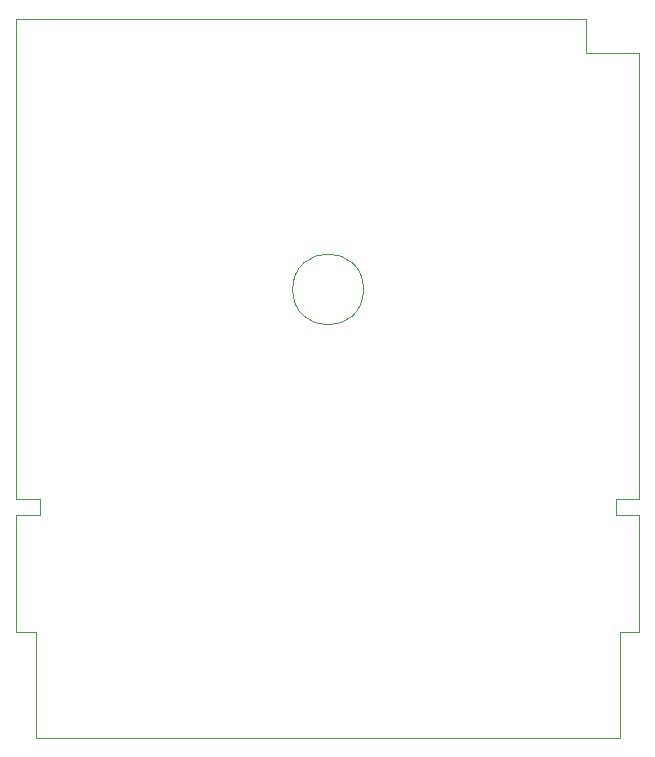
<source format=gbr>
%TF.GenerationSoftware,KiCad,Pcbnew,(6.0.2)*%
%TF.CreationDate,2023-11-17T09:37:32+01:00*%
%TF.ProjectId,CartGen4,43617274-4765-46e3-942e-6b696361645f,rev?*%
%TF.SameCoordinates,Original*%
%TF.FileFunction,Profile,NP*%
%FSLAX46Y46*%
G04 Gerber Fmt 4.6, Leading zero omitted, Abs format (unit mm)*
G04 Created by KiCad (PCBNEW (6.0.2)) date 2023-11-17 09:37:32*
%MOMM*%
%LPD*%
G01*
G04 APERTURE LIST*
%TA.AperFunction,Profile*%
%ADD10C,0.120000*%
%TD*%
G04 APERTURE END LIST*
D10*
%TO.C,A1*%
X39625000Y-80050000D02*
X41625000Y-80050000D01*
X90375000Y-78700000D02*
X90375000Y-80050000D01*
X41275000Y-89950000D02*
X41275000Y-98950000D01*
X39625000Y-38050000D02*
X87875000Y-38050000D01*
X92375000Y-80050000D02*
X92375000Y-89950000D01*
X39625000Y-78650000D02*
X39625000Y-38050000D01*
X90725000Y-89950000D02*
X90725000Y-98950000D01*
X39625000Y-80050000D02*
X39625000Y-89950000D01*
X90375000Y-78700000D02*
X92375000Y-78700000D01*
X39625000Y-89950000D02*
X41275000Y-89950000D01*
X87875000Y-40950000D02*
X92375000Y-40950000D01*
X87875000Y-38050000D02*
X87875000Y-40950000D01*
X92375000Y-89950000D02*
X90725000Y-89950000D01*
X41625000Y-78650000D02*
X41625000Y-80050000D01*
X41625000Y-78650000D02*
X39625000Y-78650000D01*
X90375000Y-80050000D02*
X92375000Y-80050000D01*
X92375000Y-40950000D02*
X92375000Y-78700000D01*
X90725000Y-98950000D02*
X41275000Y-98950000D01*
X69025000Y-60950000D02*
G75*
G03*
X69025000Y-60950000I-3000000J0D01*
G01*
%TD*%
M02*

</source>
